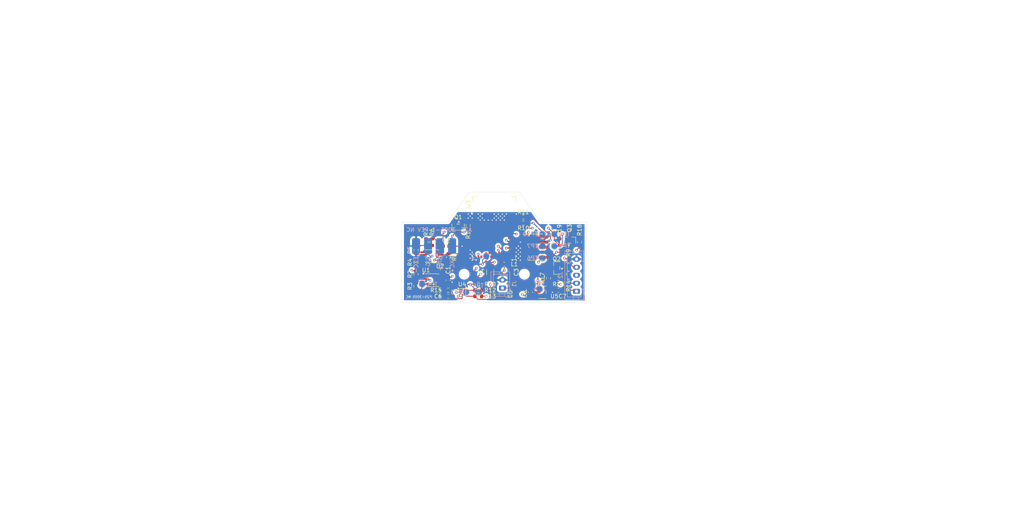
<source format=kicad_pcb>
(kicad_pcb
	(version 20241229)
	(generator "pcbnew")
	(generator_version "9.0")
	(general
		(thickness 1.6472)
		(legacy_teardrops no)
	)
	(paper "A4")
	(title_block
		(rev "${REVISION}")
		(company "${COMPANY}")
	)
	(layers
		(0 "F.Cu" signal)
		(4 "In1.Cu" signal)
		(6 "In2.Cu" power)
		(2 "B.Cu" power)
		(9 "F.Adhes" user "F.Adhesive")
		(11 "B.Adhes" user "B.Adhesive")
		(13 "F.Paste" user)
		(15 "B.Paste" user)
		(5 "F.SilkS" user "F.Silkscreen")
		(7 "B.SilkS" user "B.Silkscreen")
		(1 "F.Mask" user)
		(3 "B.Mask" user)
		(17 "Dwgs.User" user "AssyTitlePage")
		(19 "Cmts.User" user "User.Comments")
		(21 "Eco1.User" user "F.DNP")
		(23 "Eco2.User" user "B.DNP")
		(25 "Edge.Cuts" user)
		(27 "Margin" user)
		(31 "F.CrtYd" user "F.Courtyard")
		(29 "B.CrtYd" user "B.Courtyard")
		(35 "F.Fab" user)
		(33 "B.Fab" user)
		(39 "User.1" user "DrillMap")
		(41 "User.2" front "F.TestPoint")
		(43 "User.3" back "B.TestPoint")
		(45 "User.4" front "F.AssemblyText")
		(47 "User.5" back "B.AssemblyText")
		(49 "User.6" front "F.Dimensions")
		(51 "User.7" back "B.Dimensions")
		(53 "User.8" front "F.TestPointList")
		(55 "User.9" back "B.TestPointList")
	)
	(setup
		(stackup
			(layer "F.SilkS"
				(type "Top Silk Screen")
				(color "White")
			)
			(layer "F.Paste"
				(type "Top Solder Paste")
			)
			(layer "F.Mask"
				(type "Top Solder Mask")
				(color "Green")
				(thickness 0.0305)
			)
			(layer "F.Cu"
				(type "copper")
				(thickness 0.035)
			)
			(layer "dielectric 1"
				(type "prepreg")
				(color "FR4 natural")
				(thickness 0.2104)
				(material "FR4")
				(epsilon_r 4.4)
				(loss_tangent 0.02)
			)
			(layer "In1.Cu"
				(type "copper")
				(thickness 0.0152)
			)
			(layer "dielectric 2"
				(type "core")
				(color "FR4 natural")
				(thickness 1.065)
				(material "FR4")
				(epsilon_r 4.6)
				(loss_tangent 0.02)
			)
			(layer "In2.Cu"
				(type "copper")
				(thickness 0.0152)
			)
			(layer "dielectric 3"
				(type "prepreg")
				(color "FR4 natural")
				(thickness 0.2104)
				(material "FR4")
				(epsilon_r 4.4)
				(loss_tangent 0.02)
			)
			(layer "B.Cu"
				(type "copper")
				(thickness 0.035)
			)
			(layer "B.Mask"
				(type "Bottom Solder Mask")
				(color "Green")
				(thickness 0.0305)
			)
			(layer "B.Paste"
				(type "Bottom Solder Paste")
			)
			(layer "B.SilkS"
				(type "Bottom Silk Screen")
				(color "White")
			)
			(copper_finish "HAL SnPb")
			(dielectric_constraints no)
		)
		(pad_to_mask_clearance 0)
		(allow_soldermask_bridges_in_footprints no)
		(tenting front back)
		(aux_axis_origin 125 100)
		(pcbplotparams
			(layerselection 0x00000000_00000000_55555555_5755f5ff)
			(plot_on_all_layers_selection 0x00000000_00000000_00000000_00000000)
			(disableapertmacros no)
			(usegerberextensions no)
			(usegerberattributes yes)
			(usegerberadvancedattributes yes)
			(creategerberjobfile yes)
			(dashed_line_dash_ratio 12.000000)
			(dashed_line_gap_ratio 3.000000)
			(svgprecision 4)
			(plotframeref no)
			(mode 1)
			(useauxorigin no)
			(hpglpennumber 1)
			(hpglpenspeed 20)
			(hpglpendiameter 15.000000)
			(pdf_front_fp_property_popups yes)
			(pdf_back_fp_property_popups yes)
			(pdf_metadata yes)
			(pdf_single_document no)
			(dxfpolygonmode yes)
			(dxfimperialunits yes)
			(dxfusepcbnewfont yes)
			(psnegative no)
			(psa4output no)
			(plot_black_and_white yes)
			(sketchpadsonfab no)
			(plotpadnumbers no)
			(hidednponfab no)
			(sketchdnponfab yes)
			(crossoutdnponfab yes)
			(subtractmaskfromsilk no)
			(outputformat 1)
			(mirror no)
			(drillshape 1)
			(scaleselection 1)
			(outputdirectory "")
		)
	)
	(property "ASSEMBLY_NAME" "Assembly Name")
	(property "ASSEMBLY_NOTES" "")
	(property "ASSEMBLY_NUMBER" "A99-9000")
	(property "ASSEMBLY_SCALE" "1")
	(property "COMPANY" "Asymworks, LLC")
	(property "DESIGNER" "JPK")
	(property "DWG_NUMBER_PCB" "P99-9000")
	(property "DWG_NUMBER_SCH" "S99-9000")
	(property "DWG_TITLE_ASSY" "PCB Assembly, Assembly Name")
	(property "DWG_TITLE_PCB" "PCB, Assembly Name")
	(property "DWG_TITLE_SCH" "Schematic, Assembly Name")
	(property "FABRICATION_NOTES" "FABRICATION NOTES (UNLESS OTHERWISE SPECIFIED)\n\n1)	FABRICATE PER IPC-6012A CLASS 2.\n\n2)	OUTLINE DEFINED IN SEPARATE GERBER FILE WITH\n	\"Edge_Cuts.GBR\" SUFFIX.\n\n3)	SEE SEPARATE DRILL FILES WITH \".DRL\" SUFFIX \n	FOR HOLE LOCATIONS.\n\n	SELECTED HOLE LOCATIONS SHOWN ON THIS DRAWING \n	FOR REFERENCE ONLY.\n\n4)	SURFACE FINISH: HAL SNPB\n\n5)	SOLDERMASK ON BOTH SIDES OF THE BOARD SHALL \n	BE LPI, COLOR GREEN.\n\n6)	SILK SCREEN LEGEND TO BE APPLIED PER LAYER \n	STACKUP USING WHITE NON-CONDUCTIVE EPOXY INK.\n\n7)	ALL VIAS ARE TENTED ON BOTH SIDES UNLESS \n	SOLDERMASK OPENED IN GERBER.\n\n8)	RESERVED\n\n9)	PCB MATERIAL REQUIREMENTS:\n\n	A.	FLAMMABILITY RATING MUST MEET OR EXCEED \n		UL94V-0 REQUIREMENTS.\n	B.	Tg 135 C OR EQUIVALENT.\n\n10)	DESIGN GEOMETRY MINIMUM FEATURE SIZES:\n\n	BOARD SIZE				46.000 × 27.500 mm\n	BOARD THICKNESS		1.647 mm\n	TRACE WIDTH			0.100 mm\n	TRACE TO TRACE		0.200 mm\n	MIN. HOLE (PTH)			0.300 mm\n	MIN. HOLE (NPTH)		2.200 mm\n	ANNULAR RING			0.150 mm\n	COPPER TO HOLE		0.250 mm\n	COPPER TO EDGE		0.500 mm\n	HOLE TO HOLE			0.250 mm\n\n11)	ALL DIMENSIONS ARE IN MILLIMETERS UNLESS OTHERWISE\n	SPECIFIED.\n\n12)	FOR REFERENCE ONLY THE STACKUP CORRESPONDS TO JLCPCB\n	STACKUP JLC04161H-7628.\n	THE SUPPLIED ARTWORK MAY OR MAY NOT CONTAIN THE SPECIFIED\n	TRACE GEOMETRIES ON EVERY LAYERS SPECIFIED.")
	(property "GIT_HASH" "3d48426")
	(property "GIT_HASH_PCB" "4c0c812")
	(property "GIT_HASH_SCH" "5caa450")
	(property "GIT_URL" "/jkrauss/Test_4")
	(property "PROJECT_CODE" "P99")
	(property "RELEASE_DATE" "2026-03-08")
	(property "RELEASE_STATE" "WORKING")
	(property "REVISION" "NO_TAG+ (Unreleased)")
	(property "SCALE" "2:1")
	(property "SCHEMATIC_NOTES" "Unless otherwise specified, components Values are in ohms, µF, and µH.")
	(property "SHEET_NAME_01" "Cover Page")
	(property "SHEET_NAME_02" "Block Diagram")
	(property "SHEET_NAME_03" "Project Architecture")
	(property "SHEET_NAME_04" "Load Cell Amp")
	(property "SHEET_NAME_05" "BLE Controller")
	(property "SHEET_NAME_06" "Power and Interface")
	(property "SHEET_NAME_07" "Parts List")
	(property "SHEET_NAME_08" "......................................")
	(property "SHEET_NAME_09" "......................................")
	(property "SHEET_NAME_10" "......................................")
	(property "SHEET_NAME_11" "......................................")
	(property "SHEET_NAME_12" "......................................")
	(property "SHEET_NAME_13" "......................................")
	(property "SHEET_NAME_14" "......................................")
	(property "SHEET_NAME_15" "......................................")
	(property "SHEET_NAME_16" "......................................")
	(property "SHEET_NAME_17" "......................................")
	(property "SHEET_NAME_18" "......................................")
	(property "SHEET_NAME_19" "......................................")
	(property "SHEET_NAME_20" "......................................")
	(property "STATE" "TEMPLATE")
	(property "VARIANT" "")
	(net 0 "")
	(net 1 "GND")
	(net 2 "+3.3V")
	(net 3 "VDD")
	(net 4 "Net-(J1-Pin_1)")
	(net 5 "Net-(U4-VDD)")
	(net 6 "VBUS")
	(net 7 "/Project Architecture/Power and Interface/CHARGE_LED_IO")
	(net 8 "/Project Architecture/Power and Interface/PAIR_LED_IO")
	(net 9 "/Project Architecture/BLE Controller/~{PAIR_SW}")
	(net 10 "/Project Architecture/Power and Interface/SWDIO")
	(net 11 "unconnected-(J3-SWO{slash}TDO-Pad6)")
	(net 12 "/Project Architecture/Power and Interface/SWDCLK")
	(net 13 "/Project Architecture/Power and Interface/~{RESET}")
	(net 14 "unconnected-(J3-NC{slash}TDI-Pad8)")
	(net 15 "unconnected-(J3-KEY-Pad7)")
	(net 16 "Net-(U3-DCCH)")
	(net 17 "/Project Architecture/BLE Controller/~{LOAD_CELL_EN}")
	(net 18 "/Project Architecture/Load Cell Amp/EXC+")
	(net 19 "Net-(Q2-S)")
	(net 20 "/Project Architecture/Power and Interface/STAT")
	(net 21 "Net-(Q3-S)")
	(net 22 "/Project Architecture/BLE Controller/~{PAIR_LED}")
	(net 23 "Net-(U1A-+)")
	(net 24 "Net-(U1A--)")
	(net 25 "Net-(U2A--)")
	(net 26 "Net-(R5-Pad1)")
	(net 27 "Net-(U2B--)")
	(net 28 "/Project Architecture/BLE Controller/LOAD_CELL")
	(net 29 "Net-(U3-SWDIO)")
	(net 30 "Net-(U3-SWDCLK)")
	(net 31 "/Project Architecture/BLE Controller/SDA")
	(net 32 "/Project Architecture/BLE Controller/SCL")
	(net 33 "Net-(U4-BIN)")
	(net 34 "Net-(U5-PROG)")
	(net 35 "/Project Architecture/BLE Controller/~{BATT_INT}")
	(net 36 "Net-(U1B--)")
	(net 37 "/Project Architecture/Load Cell Amp/SIG-")
	(net 38 "/Project Architecture/Load Cell Amp/SIG+")
	(net 39 "unconnected-(U3-P0.01-Pad18)")
	(net 40 "unconnected-(U3-D--Pad34)")
	(net 41 "unconnected-(U3-P0.08-Pad24)")
	(net 42 "unconnected-(U3-P1.15-Pad8)")
	(net 43 "unconnected-(U3-P0.10-Pad54)")
	(net 44 "unconnected-(U3-P0.28-Pad13)")
	(net 45 "unconnected-(U3-P0.16-Pad38)")
	(net 46 "unconnected-(U3-P1.00-Pad47)")
	(net 47 "unconnected-(U3-P1.03-Pad60)")
	(net 48 "unconnected-(U3-P1.06-Pad57)")
	(net 49 "unconnected-(U3-P0.23-Pad45)")
	(net 50 "unconnected-(U3-P0.02-Pad11)")
	(net 51 "unconnected-(U3-P0.26-Pad19)")
	(net 52 "unconnected-(U3-P1.12-Pad5)")
	(net 53 "unconnected-(U3-P0.17-Pad41)")
	(net 54 "unconnected-(U3-P1.09-Pad26)")
	(net 55 "unconnected-(U3-P0.13-Pad37)")
	(net 56 "unconnected-(U3-P0.00-Pad17)")
	(net 57 "unconnected-(U3-P1.10-Pad3)")
	(net 58 "unconnected-(U3-P0.06-Pad22)")
	(net 59 "unconnected-(U3-P0.15-Pad39)")
	(net 60 "unconnected-(U3-P0.05-Pad21)")
	(net 61 "unconnected-(U3-P0.22-Pad46)")
	(net 62 "unconnected-(U3-P1.07-Pad58)")
	(net 63 "unconnected-(U3-P1.04-Pad56)")
	(net 64 "unconnected-(U3-D+-Pad35)")
	(net 65 "unconnected-(U3-P0.19-Pad42)")
	(net 66 "unconnected-(U3-VBUS-Pad32)")
	(net 67 "unconnected-(U3-P1.08-Pad25)")
	(net 68 "unconnected-(U3-P0.07-Pad23)")
	(net 69 "unconnected-(U3-P1.05-Pad59)")
	(net 70 "unconnected-(U3-P0.09-Pad52)")
	(net 71 "unconnected-(U3-P1.13-Pad6)")
	(net 72 "unconnected-(U3-P0.29-Pad10)")
	(net 73 "unconnected-(U3-P1.14-Pad7)")
	(net 74 "unconnected-(U3-P0.21-Pad43)")
	(net 75 "unconnected-(U3-P0.25-Pad49)")
	(net 76 "unconnected-(U3-P0.24-Pad48)")
	(net 77 "unconnected-(U3-P0.03-Pad9)")
	(net 78 "unconnected-(U3-P0.31-Pad12)")
	(net 79 "unconnected-(U3-P0.30-Pad14)")
	(net 80 "unconnected-(U3-P1.01-Pad61)")
	(footprint "Capacitor_SMD:C_0603_1608Metric" (layer "F.Cu") (at 136 86))
	(footprint "Resistor_SMD:R_0603_1608Metric" (layer "F.Cu") (at 166.5 90 -90))
	(footprint "Resistor_SMD:R_0603_1608Metric" (layer "F.Cu") (at 155.25 78.75 180))
	(footprint "Resistor_SMD:R_0603_1608Metric" (layer "F.Cu") (at 132.5 85 -90))
	(footprint "Resistor_SMD:R_0603_1608Metric" (layer "F.Cu") (at 144 98.5 180))
	(footprint "Resistor_SMD:R_0603_1608Metric" (layer "F.Cu") (at 169.25 85 -90))
	(footprint "Resistor_SMD:R_0603_1608Metric" (layer "F.Cu") (at 128.5 87 -90))
	(footprint "Capacitor_SMD:C_0603_1608Metric" (layer "F.Cu") (at 157 97.5 90))
	(footprint "MountingHole:MountingHole_2.2mm_M2_ISO7380" (layer "F.Cu") (at 140.5 93))
	(footprint "Package_BGA:Texas_DSBGA-9_1.62x1.58mm_Layout3x3_P0.5mm" (layer "F.Cu") (at 140 97.5 -90))
	(footprint "Resistor_SMD:R_0603_1608Metric" (layer "F.Cu") (at 128.5 93 90))
	(footprint "Resistor_SMD:R_0603_1608Metric" (layer "F.Cu") (at 164.25 85 -90))
	(footprint "RF_Module:Raytac_MDBT50Q" (layer "F.Cu") (at 148 81.5))
	(footprint "Resistor_SMD:R_0603_1608Metric" (layer "F.Cu") (at 161.5 94 90))
	(footprint "Resistor_SMD:R_0603_1608Metric" (layer "F.Cu") (at 128.5 96 90))
	(footprint "Resistor_SMD:R_0603_1608Metric" (layer "F.Cu") (at 144 95.5 180))
	(footprint "Package_TO_SOT_SMD:SOT-23-5" (layer "F.Cu") (at 160 97.5))
	(footprint "Resistor_SMD:R_0603_1608Metric" (layer "F.Cu") (at 144 97 180))
	(footprint "Capacitor_SMD:C_0603_1608Metric" (layer "F.Cu") (at 152 95.5 90))
	(footprint "Inductor_SMD:L_0603_1608Metric" (layer "F.Cu") (at 150.5 90.5))
	(footprint "Capacitor_SMD:C_1206_3216Metric" (layer "F.Cu") (at 147 92.5 -90))
	(footprint "MountingHole:MountingHole_2.2mm_M2_ISO7380" (layer "F.Cu") (at 155.5 93))
	(footprint "Resistor_SMD:R_0603_1608Metric" (layer "F.Cu") (at 136.6125 88.725 -90))
	(footprint "Package_TO_SOT_SMD:SOT-23" (layer "F.Cu") (at 163.5625 91.45 180))
	(footprint "Capacitor_SMD:C_0603_1608Metric" (layer "F.Cu") (at 136.5 98.5 180))
	(footprint "Capacitor_SMD:C_1206_3216Metric" (layer "F.Cu") (at 150.5 92.5))
	(footprint "Package_TO_SOT_SMD:SOT-23" (layer "F.Cu") (at 139 81.25 -90))
	(footprint "Package_TO_SOT_SMD:SOT-23" (layer "F.Cu") (at 166.75 84.5 90))
	(footprint "Package_SO:MSOP-8_3x3mm_P0.65mm" (layer "F.Cu") (at 132.5 88.5))
	(footprint "Resistor_SMD:R_0603_1608Metric" (layer "F.Cu") (at 166.5 93 -90))
	(footprint "Capacitor_SMD:C_0603_1608Metric" (layer "F.Cu") (at 164 97 180))
	(footprint "Connector_PinHeader_1.27mm:PinHeader_2x05_P1.27mm_Vertical_SMD" (layer "F.Cu") (at 158.25 86.25))
	(footprint "Capacitor_SMD:C_0603_1608Metric" (layer "F.Cu") (at 136.5 94.5 -90))
	(footprint "Resistor_SMD:R_0603_1608Metric" (layer "F.Cu") (at 128.5 90 -90))
	(footprint "Resistor_SMD:R_0603_1608Metric" (layer "F.Cu") (at 141.5 80.825 90))
	(footprint "Resistor_SMD:R_0603_1608Metric" (layer "F.Cu") (at 164 94))
	(footprint "Resistor_SMD:R_0603_1608Metric"
		(layer "F.Cu")
		(uuid "f6bb0c6b-59de-43b0-a815-5c52eac18117")
		(at 131 85 -90)
		(descr "Resistor SMD 0603 (1608 Metric), square (rectangular) end terminal, IPC-7351 nominal, (Body size source: IPC-SM-782 page 72, https://www.pcb-3d.com/wordpress/wp-content/uploads/ipc-sm-782a_amendment_1_and_2.pdf), generated with kicad-footprint-generator")
		(tags "resistor")
		(property "Reference" "R7"
			(at -2.5 0 90)
			(layer "F.SilkS")
			(uuid "d13ebb5d-e1e9-4859-b40e-586f56a66b47")
			(effects
				(font
					(size 1 1)
					(thickness 0.15)
				)
			)
		)
		(property "Value" "51k"
			(at 0 1.43 90)
			(layer "F.Fab")
			(hide yes)
			(uuid "47335070-52e4-464a-8057-916c5915b133")
			(effects
				(font
					(size 1 1)
					(thickness 0.15)
				)
			)
		)
		(property "Datasheet" "https://www.royalohm.com/assets/pdf/products/smd/1.pdf"
			(at 0 0 90)
			(layer "F.Fab")
			(hide yes)
			(uuid "de658f9c-6a20-4ea2-9e47-c6b3ac59661d")
			(effects
				(font
					(size 1.27 1.27)
					(thickness 0.15)
				)
			)
		)
		(property "Description" "Resistor, US symbol"
			(at 0 0 90)
			(layer "F.Fab")
			(hide yes)
			(uuid "fb493402-d8aa-4692-882e-3580524d635a")
			(effects
				(font
					(size 1.27 1.27)
					(thickness 0.15)
				)
			)
		)
		(property "Manufacturer" "Uni-Royal"
			(at 0 0 270)
			(unlocked yes)
			(layer "F.Fab")
			(hide yes)
			(uuid "46b597f5-e60f-4a13-b471-4efe49fd098d")
			(effects
				(font
					(size 1 1)
					(thickness 0.15)
				)
			)
		)
		(property "Manufacturer PN" "0603WAF5102T5E"
			(at 0 0 270)
			(unlocked yes)
			(layer "F.Fab")
			(hide yes)
			(uuid "011aea9e-2e76-4f07-bf83-422b6a55a55e")
			(effects
				(font
					(size 1 1)
					(thickness 0.15)
				)
			)
		)
		(property "LCSC" "C23196"
			(at 0 0 270)
			(unlocked yes)
			(layer "F.Fab")
			(hide yes)
			(uuid "637cd45e-97f0-4b1a-afcd-140f2702925f")
			(effects
				(font
					(size 1 1)
					(thickness 0.15)
				)
			)
		)
		(property ki_fp_filters "R_*")
		(path "/f6afef58-d841-4ad6-baf9-746b0a35f011/a5aa3c11-5084-4ea5-9da5-c9ff4a86f01f/9aa9887d-8762-4334-9cd6-b0b1bb251699")
		(sheetname "/Projec
... [1306032 chars truncated]
</source>
